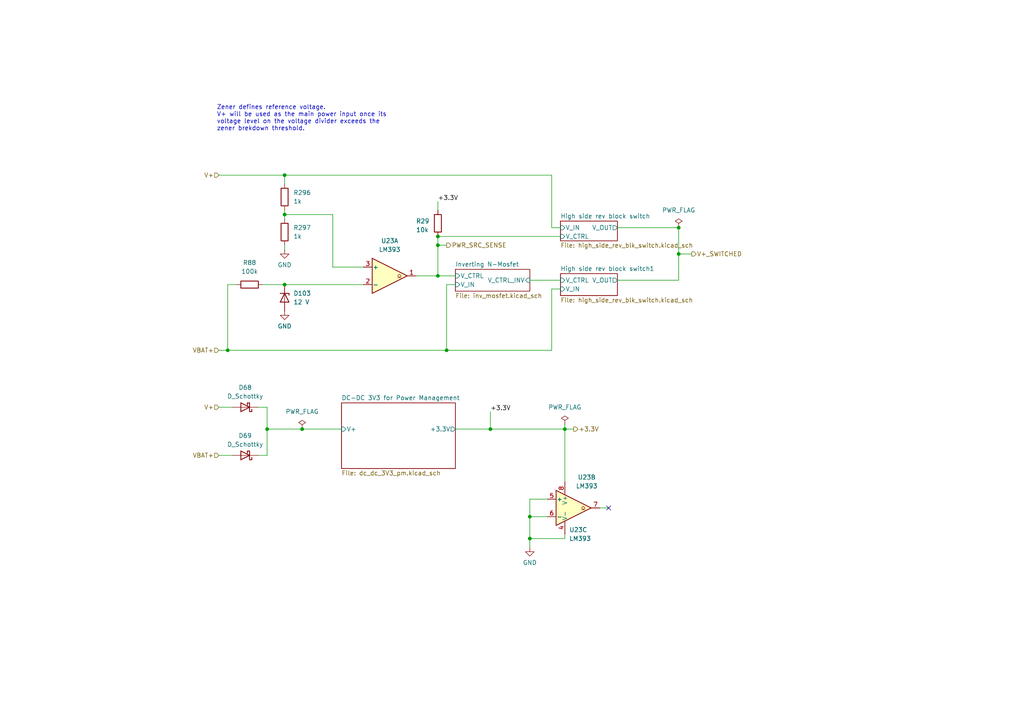
<source format=kicad_sch>
(kicad_sch (version 20250114) (generator "eeschema") (generator_version "9.0")
  (paper "A4")
  (title_block (comment 1 "Licensed under CERN-OHL-P"))
  (lib_symbols
    (symbol "Comparator:LM393" (pin_names (offset 0.127))
      (property "Reference" "U" (at 3.81 3.81 0))
      (property "Value" "LM393" (at 6.35 -3.81 0))
      (symbol "LM393_1_1"
        (polyline (pts (xy -5.08 5.08) (xy 5.08 0) (xy -5.08 -5.08) (xy -5.08 5.08)) (stroke (width 0.254)) (fill (type background)))
        (polyline (pts (xy 3.302 -0.508) (xy 2.794 -0.508) (xy 3.302 0) (xy 2.794 0.508) (xy 2.286 0) (xy 2.794 -0.508) (xy 2.286 -0.508)) (stroke (width 0.127)))
        (pin input line (at -7.62 2.54 0) (length 2.54) (name "+") (number "3"))
        (pin input line (at -7.62 -2.54 0) (length 2.54) (name "-") (number "2"))
        (pin open_collector line (at 7.62 0 180) (length 2.54) (name "~") (number "1"))
      )
      (symbol "LM393_2_1"
        (polyline (pts (xy -5.08 5.08) (xy 5.08 0) (xy -5.08 -5.08) (xy -5.08 5.08)) (stroke (width 0.254)) (fill (type background)))
        (polyline (pts (xy 3.302 -0.508) (xy 2.794 -0.508) (xy 3.302 0) (xy 2.794 0.508) (xy 2.286 0) (xy 2.794 -0.508) (xy 2.286 -0.508)) (stroke (width 0.127)))
        (pin input line (at -7.62 2.54 0) (length 2.54) (name "+") (number "5"))
        (pin input line (at -7.62 -2.54 0) (length 2.54) (name "-") (number "6"))
        (pin open_collector line (at 7.62 0 180) (length 2.54) (name "~") (number "7"))
      )
      (symbol "LM393_3_1"
        (pin power_in line (at -2.54 7.62 270) (length 3.81) (name "V+") (number "8"))
        (pin power_in line (at -2.54 -7.62 90) (length 3.81) (name "V-") (number "4"))
      )
    )
    (symbol "Device:D_Schottky" (pin_numbers (hide yes)) (pin_names (offset 1.016) (hide yes))
      (property "Reference" "D" (at 0 2.54 0))
      (property "Value" "D_Schottky" (at 0 -2.54 0))
      (symbol "D_Schottky_0_1"
        (polyline (pts (xy -1.905 0.635) (xy -1.905 1.27) (xy -1.27 1.27) (xy -1.27 -1.27) (xy -0.635 -1.27) (xy -0.635 -0.635)) (stroke (width 0.254)))
        (polyline (pts (xy 1.27 1.27) (xy 1.27 -1.27) (xy -1.27 0) (xy 1.27 1.27)) (stroke (width 0.254)))
        (polyline (pts (xy 1.27 0) (xy -1.27 0)))
      )
      (symbol "D_Schottky_1_1"
        (pin passive line (at -3.81 0 0) (length 2.54) (name "K") (number "1"))
        (pin passive line (at 3.81 0 180) (length 2.54) (name "A") (number "2"))
      )
    )
    (symbol "Device:D_Zener" (pin_numbers (hide yes)) (pin_names (offset 1.016) (hide yes))
      (property "Reference" "D" (at 0 2.54 0))
      (property "Value" "D_Zener" (at 0 -2.54 0))
      (symbol "D_Zener_0_1"
        (polyline (pts (xy -1.27 -1.27) (xy -1.27 1.27) (xy -0.762 1.27)) (stroke (width 0.254)))
        (polyline (pts (xy 1.27 0) (xy -1.27 0)))
        (polyline (pts (xy 1.27 -1.27) (xy 1.27 1.27) (xy -1.27 0) (xy 1.27 -1.27)) (stroke (width 0.254)))
      )
      (symbol "D_Zener_1_1"
        (pin passive line (at -3.81 0 0) (length 2.54) (name "K") (number "1"))
        (pin passive line (at 3.81 0 180) (length 2.54) (name "A") (number "2"))
      )
    )
    (symbol "Device:R" (pin_numbers (hide yes)) (pin_names (offset 0))
      (property "Reference" "R" (at 2.032 0 90))
      (property "Value" "R" (at 0 0 90))
      (symbol "R_0_1"
        (rectangle (start -1.016 -2.54) (end 1.016 2.54) (stroke (width 0.254)))
      )
      (symbol "R_1_1"
        (pin passive line (at 0 3.81 270) (length 1.27) (name "~") (number "1"))
        (pin passive line (at 0 -3.81 90) (length 1.27) (name "~") (number "2"))
      )
    )
    (symbol "power:GND" (power) (pin_numbers (hide yes)) (pin_names (offset 0) (hide yes))
      (property "Value" "GND" (at 0 -3.81 0))
      (symbol "GND_0_1"
        (polyline (pts (xy 0 0) (xy 0 -1.27) (xy 1.27 -1.27) (xy 0 -2.54) (xy -1.27 -1.27) (xy 0 -1.27)))
      )
      (symbol "GND_1_1"
        (pin power_in line (at 0 0 270) (length 0) (name "~") (number "1"))
      )
    )
    (symbol "power:PWR_FLAG" (power) (pin_numbers (hide yes)) (pin_names (offset 0) (hide yes))
      (property "Value" "PWR_FLAG" (at 0 3.81 0))
      (symbol "PWR_FLAG_0_0"
        (pin power_out line (at 0 0 90) (length 0) (name "~") (number "1"))
      )
      (symbol "PWR_FLAG_0_1"
        (polyline (pts (xy 0 0) (xy 0 1.27) (xy -1.016 1.905) (xy 0 2.54) (xy 1.016 1.905) (xy 0 1.27)))
      )
    )
  )
  (text "Zener defines reference voltage.\nV+ will be used as the main power input once its \nvoltage level on the voltage divider exceeds the \nzener brekdown threshold." (at 62.865 34.29 0) (effects (font (size 1.27 1.27)) (justify left)))
  (junction (at 196.85 66.04))
  (junction (at 127 80.01))
  (junction (at 142.24 124.46))
  (junction (at 127 68.58))
  (junction (at 87.63 124.46))
  (junction (at 163.83 124.46))
  (junction (at 127 71.12))
  (junction (at 196.85 73.66))
  (junction (at 153.67 149.86))
  (junction (at 82.55 82.55))
  (junction (at 129.54 101.6))
  (junction (at 153.67 156.21))
  (junction (at 82.55 62.23))
  (junction (at 77.47 124.46))
  (junction (at 82.55 50.8))
  (junction (at 66.04 101.6))
  (no_connect (at 176.53 147.32))
  (wire (pts (xy 77.47 118.11) (xy 77.47 124.46)))
  (wire (pts (xy 129.54 82.55) (xy 132.08 82.55)))
  (wire (pts (xy 82.55 82.55) (xy 105.41 82.55)))
  (wire (pts (xy 82.55 71.12) (xy 82.55 72.39)))
  (wire (pts (xy 129.54 101.6) (xy 160.02 101.6)))
  (wire (pts (xy 153.67 144.78) (xy 153.67 149.86)))
  (wire (pts (xy 127 68.58) (xy 127 71.12)))
  (wire (pts (xy 63.5 118.11) (xy 67.31 118.11)))
  (wire (pts (xy 160.02 101.6) (xy 160.02 83.82)))
  (wire (pts (xy 196.85 73.66) (xy 200.66 73.66)))
  (wire (pts (xy 179.07 66.04) (xy 196.85 66.04)))
  (wire (pts (xy 82.55 63.5) (xy 82.55 62.23)))
  (wire (pts (xy 66.04 101.6) (xy 66.04 82.55)))
  (wire (pts (xy 82.55 50.8) (xy 63.5 50.8)))
  (wire (pts (xy 163.83 154.94) (xy 163.83 156.21)))
  (wire (pts (xy 67.31 132.08) (xy 63.5 132.08)))
  (wire (pts (xy 87.63 124.46) (xy 99.06 124.46)))
  (wire (pts (xy 142.24 119.38) (xy 142.24 124.46)))
  (wire (pts (xy 82.55 60.96) (xy 82.55 62.23)))
  (wire (pts (xy 127 71.12) (xy 129.54 71.12)))
  (wire (pts (xy 127 58.42) (xy 127 60.96)))
  (wire (pts (xy 77.47 124.46) (xy 77.47 132.08)))
  (wire (pts (xy 163.83 124.46) (xy 166.37 124.46)))
  (wire (pts (xy 158.75 144.78) (xy 153.67 144.78)))
  (wire (pts (xy 127 71.12) (xy 127 80.01)))
  (wire (pts (xy 66.04 82.55) (xy 68.58 82.55)))
  (wire (pts (xy 153.67 156.21) (xy 153.67 158.75)))
  (wire (pts (xy 163.83 124.46) (xy 163.83 139.7)))
  (wire (pts (xy 160.02 50.8) (xy 160.02 66.04)))
  (wire (pts (xy 77.47 124.46) (xy 87.63 124.46)))
  (wire (pts (xy 176.53 147.32) (xy 173.99 147.32)))
  (wire (pts (xy 120.65 80.01) (xy 127 80.01)))
  (wire (pts (xy 142.24 124.46) (xy 163.83 124.46)))
  (wire (pts (xy 82.55 50.8) (xy 160.02 50.8)))
  (wire (pts (xy 196.85 73.66) (xy 196.85 81.28)))
  (wire (pts (xy 160.02 83.82) (xy 162.56 83.82)))
  (wire (pts (xy 74.93 132.08) (xy 77.47 132.08)))
  (wire (pts (xy 66.04 101.6) (xy 129.54 101.6)))
  (wire (pts (xy 129.54 101.6) (xy 129.54 82.55)))
  (wire (pts (xy 160.02 66.04) (xy 162.56 66.04)))
  (wire (pts (xy 96.52 62.23) (xy 96.52 77.47)))
  (wire (pts (xy 76.2 82.55) (xy 82.55 82.55)))
  (wire (pts (xy 179.07 81.28) (xy 196.85 81.28)))
  (wire (pts (xy 153.67 149.86) (xy 158.75 149.86)))
  (wire (pts (xy 163.83 123.19) (xy 163.83 124.46)))
  (wire (pts (xy 127 80.01) (xy 132.08 80.01)))
  (wire (pts (xy 153.67 81.28) (xy 162.56 81.28)))
  (wire (pts (xy 74.93 118.11) (xy 77.47 118.11)))
  (wire (pts (xy 153.67 149.86) (xy 153.67 156.21)))
  (wire (pts (xy 96.52 77.47) (xy 105.41 77.47)))
  (wire (pts (xy 82.55 62.23) (xy 96.52 62.23)))
  (wire (pts (xy 82.55 53.34) (xy 82.55 50.8)))
  (wire (pts (xy 63.5 101.6) (xy 66.04 101.6)))
  (wire (pts (xy 196.85 66.04) (xy 196.85 73.66)))
  (wire (pts (xy 153.67 156.21) (xy 163.83 156.21)))
  (wire (pts (xy 132.08 124.46) (xy 142.24 124.46)))
  (wire (pts (xy 127 68.58) (xy 162.56 68.58)))
  (label "+3.3V" (at 142.24 119.38 0))
  (label "+3.3V" (at 127 58.42 0))
  (hierarchical_label "V+" (shape input) (at 63.5 50.8 180))
  (hierarchical_label "VBAT+" (shape input) (at 63.5 132.08 180))
  (hierarchical_label "VBAT+" (shape input) (at 63.5 101.6 180))
  (hierarchical_label "+3.3V" (shape output) (at 166.37 124.46 0))
  (hierarchical_label "PWR_SRC_SENSE" (shape output) (at 129.54 71.12 0))
  (hierarchical_label "V+" (shape input) (at 63.5 118.11 180))
  (hierarchical_label "V+_SWITCHED" (shape output) (at 200.66 73.66 0))
  (symbol (lib_id "power:GND") (at 82.55 72.39 0) (unit 1)
    (property "Reference" "#PWR0138" (effects (hide yes)))
    (property "Value" "GND" (at 82.55 76.835 0))
    (property "Description" "Power symbol creates a global label with name \"GND\" , ground" (effects (hide yes)))
  )
  (symbol (lib_id "Device:R") (at 72.39 82.55 90) (unit 1)
    (property "Reference" "R88" (at 72.39 76.2 90))
    (property "Value" "100k" (at 72.39 78.74 90))
    (property "Footprint" "Resistor_SMD:R_0603_1608Metric" (effects (hide yes)))
    (property "Datasheet" "https://datasheet.lcsc.com/lcsc/2206010045_UNI-ROYAL-Uniroyal-Elec-0603WAF1003T5E_C25803.pdf" (effects (hide yes)))
    (property "Description" "Resistor" (effects (hide yes)))
  )
  (symbol (lib_id "Device:R") (at 82.55 57.15 0) (unit 1)
    (property "Reference" "R296" (at 85.09 55.8799 0) (effects (justify left)))
    (property "Value" "1k" (at 85.09 58.4199 0) (effects (justify left)))
    (property "Footprint" "Resistor_SMD:R_0603_1608Metric" (effects (hide yes)))
    (property "Datasheet" "https://datasheet.lcsc.com/lcsc/2206010130_UNI-ROYAL-Uniroyal-Elec-0603WAF1001T5E_C21190.pdf" (effects (hide yes)))
    (property "Description" "Resistor" (effects (hide yes)))
  )
  (symbol (lib_id "Device:R") (at 127 64.77 0) (unit 1)
    (property "Reference" "R29" (at 120.65 64.135 0) (effects (justify left)))
    (property "Value" "10k" (at 120.65 66.675 0) (effects (justify left)))
    (property "Footprint" "Resistor_SMD:R_0603_1608Metric" (effects (hide yes)))
    (property "Datasheet" "https://datasheet.lcsc.com/lcsc/2206010045_UNI-ROYAL-Uniroyal-Elec-0603WAF1002T5E_C25804.pdf" (effects (hide yes)))
    (property "LCSC Part" "C25804" (effects (hide yes)))
  )
  (symbol (lib_id "Device:D_Zener") (at 82.55 86.36 270) (unit 1)
    (property "Reference" "D103" (at 85.09 85.0899 90) (effects (justify left)))
    (property "Value" "12 V" (at 85.09 87.6299 90) (effects (justify left)))
    (property "Footprint" "Diode_SMD:D_SOD-123" (effects (hide yes)))
    (property "Datasheet" "https://datasheet.lcsc.com/lcsc/2304140030_Diodes-Incorporated-DDZ12C-7_C151340.pdf" (effects (hide yes)))
    (property "Description" "Zener diode" (effects (hide yes)))
  )
  (symbol (lib_id "power:PWR_FLAG") (at 87.63 124.46 0) (unit 1)
    (property "Reference" "#FLG07" (effects (hide yes)))
    (property "Value" "PWR_FLAG" (at 87.63 119.38 0))
    (property "Description" "Special symbol for telling ERC where power comes from" (effects (hide yes)))
  )
  (symbol (lib_id "Device:D_Schottky") (at 71.12 118.11 180) (unit 1)
    (property "Reference" "D68" (at 71.12 112.395 0))
    (property "Value" "D_Schottky" (at 71.12 114.935 0))
    (property "Footprint" "Diode_SMD:D_SMA" (effects (hide yes)))
    (property "Datasheet" "https://datasheet.lcsc.com/lcsc/2304140030_Diodes-Incorporated-B240A-13-F_C92506.pdf" (effects (hide yes)))
    (property "LCSC Part" "C92506" (effects (hide yes)))
  )
  (symbol (lib_id "Device:R") (at 82.55 67.31 0) (unit 1)
    (property "Reference" "R297" (at 85.09 66.0399 0) (effects (justify left)))
    (property "Value" "1k" (at 85.09 68.5799 0) (effects (justify left)))
    (property "Footprint" "Resistor_SMD:R_0603_1608Metric" (effects (hide yes)))
    (property "Datasheet" "https://datasheet.lcsc.com/lcsc/2206010130_UNI-ROYAL-Uniroyal-Elec-0603WAF1001T5E_C21190.pdf" (effects (hide yes)))
    (property "Description" "Resistor" (effects (hide yes)))
  )
  (symbol (lib_id "power:PWR_FLAG") (at 163.83 123.19 0) (unit 1)
    (property "Reference" "#FLG06" (effects (hide yes)))
    (property "Value" "PWR_FLAG" (at 163.83 118.11 0))
    (property "Description" "Special symbol for telling ERC where power comes from" (effects (hide yes)))
  )
  (symbol (lib_id "Comparator:LM393") (at 166.37 147.32 0) (unit 3)
    (property "Reference" "U23" (at 165.1 153.67 0) (effects (justify left)))
    (property "Value" "LM393" (at 165.1 156.21 0) (effects (justify left)))
    (property "Footprint" "Package_SO:SOIC-8-1EP_3.9x4.9mm_P1.27mm_EP2.41x3.81mm" (effects (hide yes)))
    (property "Datasheet" "http://www.ti.com/lit/ds/symlink/lm393.pdf" (effects (hide yes)))
    (property "Description" "Low-Power, Low-Offset Voltage, Dual Comparators, DIP-8/SOIC-8/TO-99-8" (effects (hide yes)))
  )
  (symbol (lib_id "power:GND") (at 82.55 90.17 0) (unit 1)
    (property "Reference" "#PWR050" (effects (hide yes)))
    (property "Value" "GND" (at 82.55 94.615 0))
    (property "Description" "Power symbol creates a global label with name \"GND\" , ground" (effects (hide yes)))
  )
  (symbol (lib_id "Comparator:LM393") (at 166.37 147.32 0) (unit 2)
    (property "Reference" "U23" (at 170.18 138.43 0))
    (property "Value" "LM393" (at 170.18 140.97 0))
    (property "Footprint" "Package_SO:SOIC-8-1EP_3.9x4.9mm_P1.27mm_EP2.41x3.81mm" (effects (hide yes)))
    (property "Datasheet" "http://www.ti.com/lit/ds/symlink/lm393.pdf" (effects (hide yes)))
    (property "Description" "Low-Power, Low-Offset Voltage, Dual Comparators, DIP-8/SOIC-8/TO-99-8" (effects (hide yes)))
  )
  (symbol (lib_id "Device:D_Schottky") (at 71.12 132.08 180) (unit 1)
    (property "Reference" "D69" (at 71.12 126.365 0))
    (property "Value" "D_Schottky" (at 71.12 128.905 0))
    (property "Footprint" "Diode_SMD:D_SMA" (effects (hide yes)))
    (property "Datasheet" "https://datasheet.lcsc.com/lcsc/2304140030_Diodes-Incorporated-B240A-13-F_C92506.pdf" (effects (hide yes)))
    (property "LCSC Part" "C92506" (effects (hide yes)))
  )
  (symbol (lib_id "Comparator:LM393") (at 113.03 80.01 0) (unit 1)
    (property "Reference" "U23" (at 113.03 69.85 0))
    (property "Value" "LM393" (at 113.03 72.39 0))
    (property "Footprint" "Package_SO:SOIC-8-1EP_3.9x4.9mm_P1.27mm_EP2.41x3.81mm" (effects (hide yes)))
    (property "Datasheet" "http://www.ti.com/lit/ds/symlink/lm393.pdf" (effects (hide yes)))
    (property "Description" "Low-Power, Low-Offset Voltage, Dual Comparators, DIP-8/SOIC-8/TO-99-8" (effects (hide yes)))
  )
  (symbol (lib_id "power:PWR_FLAG") (at 196.85 66.04 0) (unit 1)
    (property "Reference" "#FLG03" (effects (hide yes)))
    (property "Value" "PWR_FLAG" (at 196.85 60.96 0))
    (property "Description" "Special symbol for telling ERC where power comes from" (effects (hide yes)))
  )
  (symbol (lib_id "power:GND") (at 153.67 158.75 0) (unit 1)
    (property "Reference" "#PWR060" (effects (hide yes)))
    (property "Value" "GND" (at 153.67 163.195 0))
    (property "Description" "Power symbol creates a global label with name \"GND\" , ground" (effects (hide yes)))
  )
  (sheet (at 99.06 116.84) (size 33.02 19.05) (stroke (width 0.1524))
    (property "Sheetname" "DC-DC 3V3 for Power Management" (at 99.06 116.1284 0) (effects (justify left bottom)))
    (property "Sheetfile" "dc_dc_3V3_pm.kicad_sch" (at 99.06 136.4746 0) (effects (justify left top)))
    (pin "V+" input (at 99.06 124.46 180))
    (pin "+3.3V" output (at 132.08 124.46 0))
  )
  (sheet (at 132.08 78.105) (size 21.59 6.35) (stroke (width 0.1524))
    (property "Sheetname" "Inverting N-Mosfet" (at 132.08 77.3934 0) (effects (justify left bottom)))
    (property "Sheetfile" "inv_mosfet.kicad_sch" (at 132.08 85.0396 0) (effects (justify left top)))
    (pin "V_CTRL" input (at 132.08 80.01 180))
    (pin "V_CTRL_INV" input (at 153.67 81.28 0))
    (pin "V_IN" input (at 132.08 82.55 180))
  )
  (sheet (at 162.56 79.375) (size 16.51 6.35) (stroke (width 0.1524))
    (property "Sheetname" "High side rev block switch1" (at 162.56 78.6634 0) (effects (justify left bottom)))
    (property "Sheetfile" "high_side_rev_blk_switch.kicad_sch" (at 162.56 86.3096 0) (effects (justify left top)))
    (pin "V_IN" input (at 162.56 83.82 180))
    (pin "V_CTRL" input (at 162.56 81.28 180))
    (pin "V_OUT" output (at 179.07 81.28 0))
  )
  (sheet (at 162.56 64.135) (size 16.51 5.715) (stroke (width 0.1524))
    (property "Sheetname" "High side rev block switch" (at 162.56 63.4234 0) (effects (justify left bottom)))
    (property "Sheetfile" "high_side_rev_blk_switch.kicad_sch" (at 162.56 70.4346 0) (effects (justify left top)))
    (pin "V_IN" input (at 162.56 66.04 180))
    (pin "V_CTRL" input (at 162.56 68.58 180))
    (pin "V_OUT" output (at 179.07 66.04 0))
  )
)
</source>
